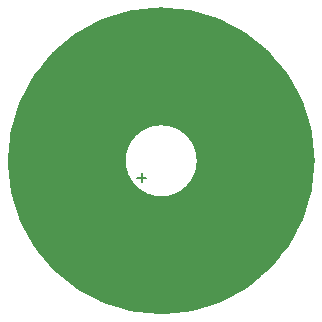
<source format=gbr>
%TF.GenerationSoftware,KiCad,Pcbnew,(6.0.1)*%
%TF.CreationDate,2023-03-20T17:09:28-07:00*%
%TF.ProjectId,NoteDetector,4e6f7465-4465-4746-9563-746f722e6b69,rev?*%
%TF.SameCoordinates,Original*%
%TF.FileFunction,Legend,Bot*%
%TF.FilePolarity,Positive*%
%FSLAX46Y46*%
G04 Gerber Fmt 4.6, Leading zero omitted, Abs format (unit mm)*
G04 Created by KiCad (PCBNEW (6.0.1)) date 2023-03-20 17:09:28*
%MOMM*%
%LPD*%
G01*
G04 APERTURE LIST*
%ADD10C,10.000000*%
%ADD11C,0.150000*%
%ADD12C,0.120000*%
G04 APERTURE END LIST*
D10*
X8000000Y0D02*
G75*
G03*
X8000000Y0I-8000000J0D01*
G01*
D11*
X-1269047Y-1421428D02*
X-2030952Y-1421428D01*
X-1650000Y-1802380D02*
X-1650000Y-1040476D01*
D12*
%TO.C,D1*%
X-1450000Y3650000D02*
G75*
G03*
X-1450000Y3650000I-100000J0D01*
G01*
%TD*%
M02*

</source>
